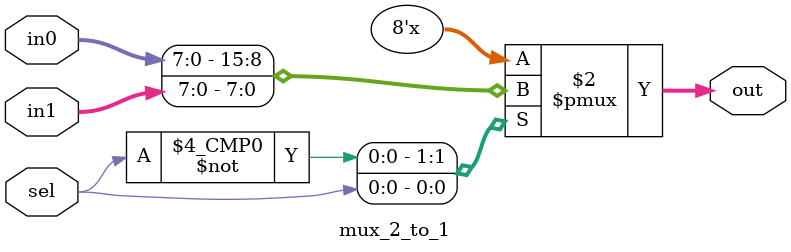
<source format=v>
module mux_2_to_1(in0, in1, out, sel);

input[7:0] in0, in1;
input sel;
output[7:0] out;
reg[7:0] out;

always @ (*)begin
case (sel)
2'b0: out = in0;
2'b1: out = in1;

endcase

end
endmodule
</source>
